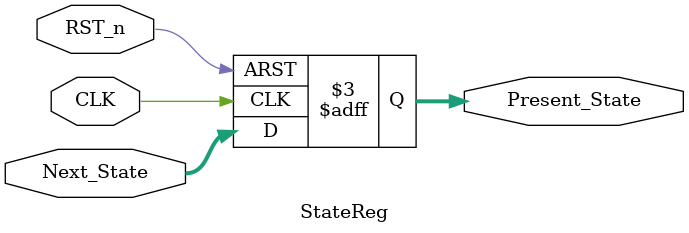
<source format=v>
module StateReg(Present_State, Next_State, CLK, RST_n);

    output [2:0] Present_State;
    input [2:0] Next_State;
    input CLK, RST_n;


    reg [2:0] Present_State;

    always @(posedge CLK or negedge RST_n)
    begin
     if(!RST_n)
     Present_State <= 3'b000;
     else
     Present_State <= Next_State;
    end
endmodule
</source>
